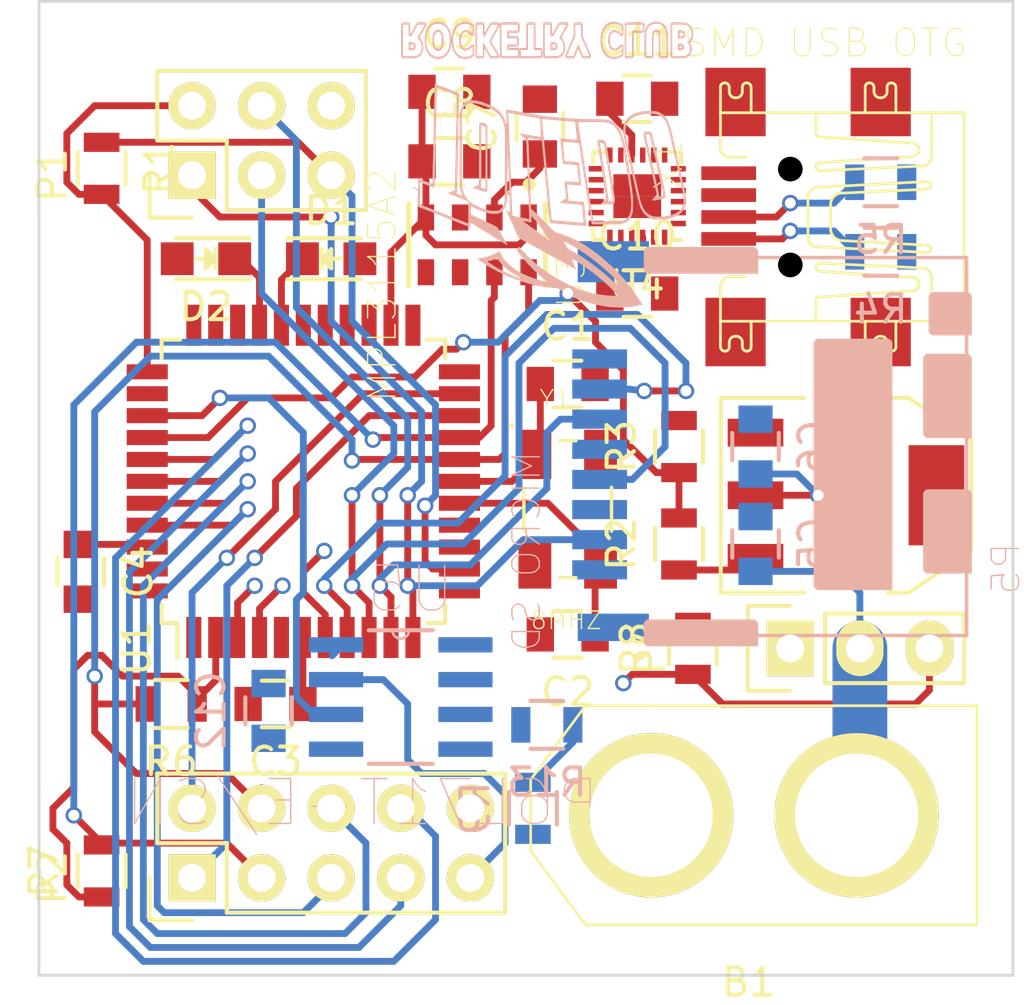
<source format=kicad_pcb>
(kicad_pcb (version 4) (host pcbnew 4.0.4+e1-6308~48~ubuntu16.04.1-stable)
  (layers (0 F.Cu signal) (31 B.Cu signal) (34 B.Paste user) (35 F.Paste user) (36 B.SilkS user) (37 F.SilkS user) (38 B.Mask user) (39 F.Mask user) (44 Edge.Cuts user))
  (net 0 "")
  (net 1 VCC)
  (net 2 GND)
  (net 3 "Net-(C1-Pad1)")
  (net 4 "Net-(C2-Pad1)")
  (net 5 "Net-(C3-Pad1)")
  (net 6 "Net-(C4-Pad1)")
  (net 7 VDD)
  (net 8 "Net-(C7-Pad1)")
  (net 9 "Net-(C11-Pad1)")
  (net 10 VCC_V_LED)
  (net 11 MCU_LED)
  (net 12 MISO)
  (net 13 SCK)
  (net 14 MOSI)
  (net 15 RST)
  (net 16 RX)
  (net 17 TX)
  (net 18 SDA)
  (net 19 SCL)
  (net 20 SERVO_PWM)
  (net 21 SERVO_S_V)
  (net 22 "Net-(P5-Pad8)")
  (net 23 "Net-(P5-Pad1)")
  (net 24 VCC_V)
  (net 25 "Net-(R4-Pad1)")
  (net 26 USB_D-)
  (net 27 "Net-(R5-Pad1)")
  (net 28 USB_D+)
  (net 29 "Net-(R13-Pad2)")
  (net 30 SERVO_S_V_A)
  (net 31 "Net-(U1-Pad1)")
  (net 32 "Net-(U1-Pad25)")
  (net 33 "Net-(U1-Pad26)")
  (net 34 "Net-(U1-Pad27)")
  (net 35 "Net-(U1-Pad31)")
  (net 36 "Net-(U1-Pad32)")
  (net 37 "Net-(U3-Pad5)")
  (net 38 "Net-(U3-Pad6)")
  (net 39 "Net-(U4-Pad1)")
  (net 40 "Net-(U4-Pad7)")
  (net 41 "Net-(U4-Pad11)")
  (net 42 "Net-(U4-Pad12)")
  (net 43 "Net-(U4-Pad19)")
  (net 44 "Net-(U4-Pad20)")
  (net 45 "Net-(U4-Pad21)")
  (net 46 "Net-(U4-Pad25)")
  (net 47 "Net-(U5-Pad1)")
  (net 48 "Net-(U5-Pad5)")
  (net 49 "Net-(U5-Pad8)")
  (net 50 "Net-(X1-PadM1)")
  (net 51 "Net-(X1-Pad4)")
  (net 52 SD_CS)
  (net 53 "Net-(U1-Pad22)")
  (net 54 E1)
  (net 55 E2)
  (net 56 E3)
  (net 57 E4)
  (net 58 "Net-(U1-Pad12)")
  (net 59 "Net-(X1-Pad1)")
  (module Housings_QFP:TQFP-44_10x10mm_Pitch0.8mm (layer F.Cu) (at 228.092 122.936 90)
    (fp_text reference U1 (at -6.096 -6.096 90) (layer F.SilkS))
    (fp_text value ATmega32U4)
    (pad 1 smd rect (at -5.7 -4 90) (size 1.5 0.55) (layers F.Cu F.Paste F.Mask) (net 31 "Net-(U1-Pad1)"))
    (pad 2 smd rect (at -5.7 -3.2 90) (size 1.5 0.55) (layers F.Cu F.Paste F.Mask) (net 7 VDD))
    (pad 3 smd rect (at -5.7 -2.4 90) (size 1.5 0.55) (layers F.Cu F.Paste F.Mask) (net 26 USB_D-))
    (pad 4 smd rect (at -5.7 -1.6 90) (size 1.5 0.55) (layers F.Cu F.Paste F.Mask) (net 28 USB_D+))
    (pad 5 smd rect (at -5.7 -0.8 90) (size 1.5 0.55) (layers F.Cu F.Paste F.Mask) (net 2 GND))
    (pad 6 smd rect (at -5.7 0 90) (size 1.5 0.55) (layers F.Cu F.Paste F.Mask) (net 5 "Net-(C3-Pad1)"))
    (pad 7 smd rect (at -5.7 0.8 90) (size 1.5 0.55) (layers F.Cu F.Paste F.Mask) (net 7 VDD))
    (pad 8 smd rect (at -5.7 1.6 90) (size 1.5 0.55) (layers F.Cu F.Paste F.Mask) (net 52 SD_CS))
    (pad 9 smd rect (at -5.7 2.4 90) (size 1.5 0.55) (layers F.Cu F.Paste F.Mask) (net 13 SCK))
    (pad 10 smd rect (at -5.7 3.2 90) (size 1.5 0.55) (layers F.Cu F.Paste F.Mask) (net 14 MOSI))
    (pad 11 smd rect (at -5.7 4 90) (size 1.5 0.55) (layers F.Cu F.Paste F.Mask) (net 12 MISO))
    (pad 12 smd rect (at -4 5.7 180) (size 1.5 0.55) (layers F.Cu F.Paste F.Mask) (net 58 "Net-(U1-Pad12)"))
    (pad 13 smd rect (at -3.2 5.7 180) (size 1.5 0.55) (layers F.Cu F.Paste F.Mask) (net 15 RST))
    (pad 14 smd rect (at -2.4 5.7 180) (size 1.5 0.55) (layers F.Cu F.Paste F.Mask) (net 7 VDD))
    (pad 15 smd rect (at -1.6 5.7 180) (size 1.5 0.55) (layers F.Cu F.Paste F.Mask) (net 2 GND))
    (pad 16 smd rect (at -0.8 5.7 180) (size 1.5 0.55) (layers F.Cu F.Paste F.Mask) (net 4 "Net-(C2-Pad1)"))
    (pad 17 smd rect (at 0 5.7 180) (size 1.5 0.55) (layers F.Cu F.Paste F.Mask) (net 3 "Net-(C1-Pad1)"))
    (pad 18 smd rect (at 0.8 5.7 180) (size 1.5 0.55) (layers F.Cu F.Paste F.Mask) (net 19 SCL))
    (pad 19 smd rect (at 1.6 5.7 180) (size 1.5 0.55) (layers F.Cu F.Paste F.Mask) (net 18 SDA))
    (pad 20 smd rect (at 2.4 5.7 180) (size 1.5 0.55) (layers F.Cu F.Paste F.Mask) (net 16 RX))
    (pad 21 smd rect (at 3.2 5.7 180) (size 1.5 0.55) (layers F.Cu F.Paste F.Mask) (net 17 TX))
    (pad 22 smd rect (at 4 5.7 180) (size 1.5 0.55) (layers F.Cu F.Paste F.Mask) (net 53 "Net-(U1-Pad22)"))
    (pad 23 smd rect (at 5.7 4 90) (size 1.5 0.55) (layers F.Cu F.Paste F.Mask) (net 2 GND))
    (pad 24 smd rect (at 5.7 3.2 90) (size 1.5 0.55) (layers F.Cu F.Paste F.Mask) (net 7 VDD))
    (pad 25 smd rect (at 5.7 2.4 90) (size 1.5 0.55) (layers F.Cu F.Paste F.Mask) (net 32 "Net-(U1-Pad25)"))
    (pad 26 smd rect (at 5.7 1.6 90) (size 1.5 0.55) (layers F.Cu F.Paste F.Mask) (net 33 "Net-(U1-Pad26)"))
    (pad 27 smd rect (at 5.7 0.8 90) (size 1.5 0.55) (layers F.Cu F.Paste F.Mask) (net 34 "Net-(U1-Pad27)"))
    (pad 28 smd rect (at 5.7 0 90) (size 1.5 0.55) (layers F.Cu F.Paste F.Mask) (net 20 SERVO_PWM))
    (pad 29 smd rect (at 5.7 -0.8 90) (size 1.5 0.55) (layers F.Cu F.Paste F.Mask) (net 10 VCC_V_LED))
    (pad 30 smd rect (at 5.7 -1.6 90) (size 1.5 0.55) (layers F.Cu F.Paste F.Mask) (net 11 MCU_LED))
    (pad 31 smd rect (at 5.7 -2.4 90) (size 1.5 0.55) (layers F.Cu F.Paste F.Mask) (net 35 "Net-(U1-Pad31)"))
    (pad 32 smd rect (at 5.7 -3.2 90) (size 1.5 0.55) (layers F.Cu F.Paste F.Mask) (net 36 "Net-(U1-Pad32)"))
    (pad 33 smd rect (at 5.7 -4 90) (size 1.5 0.55) (layers F.Cu F.Paste F.Mask) (net 2 GND))
    (pad 34 smd rect (at 4 -5.7 180) (size 1.5 0.55) (layers F.Cu F.Paste F.Mask) (net 7 VDD))
    (pad 35 smd rect (at 3.2 -5.7 180) (size 1.5 0.55) (layers F.Cu F.Paste F.Mask) (net 2 GND))
    (pad 36 smd rect (at 2.4 -5.7 180) (size 1.5 0.55) (layers F.Cu F.Paste F.Mask) (net 30 SERVO_S_V_A))
    (pad 37 smd rect (at 1.6 -5.7 180) (size 1.5 0.55) (layers F.Cu F.Paste F.Mask) (net 24 VCC_V))
    (pad 38 smd rect (at 0.8 -5.7 180) (size 1.5 0.55) (layers F.Cu F.Paste F.Mask) (net 57 E4))
    (pad 39 smd rect (at 0 -5.7 180) (size 1.5 0.55) (layers F.Cu F.Paste F.Mask) (net 56 E3))
    (pad 40 smd rect (at -0.8 -5.7 180) (size 1.5 0.55) (layers F.Cu F.Paste F.Mask) (net 55 E2))
    (pad 41 smd rect (at -1.6 -5.7 180) (size 1.5 0.55) (layers F.Cu F.Paste F.Mask) (net 54 E1))
    (pad 42 smd rect (at -2.4 -5.7 180) (size 1.5 0.55) (layers F.Cu F.Paste F.Mask) (net 6 "Net-(C4-Pad1)"))
    (pad 43 smd rect (at -3.2 -5.7 180) (size 1.5 0.55) (layers F.Cu F.Paste F.Mask) (net 2 GND))
    (pad 44 smd rect (at -4 -5.7 180) (size 1.5 0.55) (layers F.Cu F.Paste F.Mask) (net 7 VDD))
  )
  (module XT60:XT60 (layer F.Cu) (at 240.792 135.128)
    (fp_text reference B1 (at 3.556 6.096) (layer F.SilkS))
    (fp_text value XT60)
    (pad 1 thru_hole circle (at 7.5 0) (size 6 6) (drill 4.5) (layers *.Cu *.Mask F.SilkS) (net 1 VCC))
    (pad 2 thru_hole circle (at 0 0) (size 6 6) (drill 4.5) (layers *.Cu *.Mask F.SilkS) (net 2 GND))
  )
  (module Capacitors_SMD:C_0805 (layer F.Cu) (at 237.744 119.38)
    (fp_text reference C1 (at 0 -2.1) (layer F.SilkS))
    (fp_text value 33pF)
    (pad 1 smd rect (at -1 0) (size 1 1.25) (layers F.Cu F.Paste F.Mask) (net 3 "Net-(C1-Pad1)"))
    (pad 2 smd rect (at 1 0) (size 1 1.25) (layers F.Cu F.Paste F.Mask) (net 2 GND))
  )
  (module Capacitors_SMD:C_0805 (layer F.Cu) (at 237.744 128.524 180)
    (fp_text reference C2 (at 0 -2.1 180) (layer F.SilkS))
    (fp_text value 33pF)
    (pad 1 smd rect (at -1 0 180) (size 1 1.25) (layers F.Cu F.Paste F.Mask) (net 4 "Net-(C2-Pad1)"))
    (pad 2 smd rect (at 1 0 180) (size 1 1.25) (layers F.Cu F.Paste F.Mask) (net 2 GND))
  )
  (module Capacitors_SMD:C_0805 (layer F.Cu) (at 227.076 131.064 180)
    (fp_text reference C3 (at 0 -2.1 180) (layer F.SilkS))
    (fp_text value 1uF)
    (pad 1 smd rect (at -1 0 180) (size 1 1.25) (layers F.Cu F.Paste F.Mask) (net 5 "Net-(C3-Pad1)"))
    (pad 2 smd rect (at 1 0 180) (size 1 1.25) (layers F.Cu F.Paste F.Mask) (net 2 GND))
  )
  (module Capacitors_SMD:C_0805 (layer F.Cu) (at 219.964 126.238 270)
    (fp_text reference C4 (at 0 -2.1 270) (layer F.SilkS))
    (fp_text value .1uF)
    (pad 1 smd rect (at -1 0 270) (size 1 1.25) (layers F.Cu F.Paste F.Mask) (net 6 "Net-(C4-Pad1)"))
    (pad 2 smd rect (at 1 0 270) (size 1 1.25) (layers F.Cu F.Paste F.Mask) (net 2 GND))
  )
  (module Capacitors_SMD:C_0805 (layer B.Cu) (at 244.602 125.222 90)
    (fp_text reference C5 (at 0 2.1 90) (layer B.SilkS) (effects (justify mirror)))
    (fp_text value 10uF)
    (pad 1 smd rect (at -1 0 90) (size 1 1.25) (layers B.Cu B.Paste B.Mask) (net 1 VCC))
    (pad 2 smd rect (at 1 0 90) (size 1 1.25) (layers B.Cu B.Paste B.Mask) (net 2 GND))
  )
  (module Capacitors_SMD:C_0805 (layer B.Cu) (at 244.602 121.666 90)
    (fp_text reference C6 (at 0 2.1 90) (layer B.SilkS) (effects (justify mirror)))
    (fp_text value 22uF)
    (pad 1 smd rect (at -1 0 90) (size 1 1.25) (layers B.Cu B.Paste B.Mask) (net 7 VDD))
    (pad 2 smd rect (at 1 0 90) (size 1 1.25) (layers B.Cu B.Paste B.Mask) (net 2 GND))
  )
  (module Capacitors_SMD:C_0805 (layer F.Cu) (at 236.728 109.982 90)
    (fp_text reference C7 (at 0 -2.1 90) (layer F.SilkS))
    (fp_text value .1uF)
    (pad 1 smd rect (at -1 0 90) (size 1 1.25) (layers F.Cu F.Paste F.Mask) (net 8 "Net-(C7-Pad1)"))
    (pad 2 smd rect (at 1 0 90) (size 1 1.25) (layers F.Cu F.Paste F.Mask) (net 2 GND))
  )
  (module Capacitors_SMD:C_0805 (layer F.Cu) (at 233.426 111.252)
    (fp_text reference C8 (at 0 -2.1) (layer F.SilkS))
    (fp_text value .1uF)
    (pad 1 smd rect (at -1 0) (size 1 1.25) (layers F.Cu F.Paste F.Mask) (net 7 VDD))
    (pad 2 smd rect (at 1 0) (size 1 1.25) (layers F.Cu F.Paste F.Mask) (net 2 GND))
  )
  (module Capacitors_SMD:C_0805 (layer F.Cu) (at 233.426 108.712)
    (fp_text reference C9 (at 0 -2.1) (layer F.SilkS))
    (fp_text value 10uF)
    (pad 1 smd rect (at -1 0) (size 1 1.25) (layers F.Cu F.Paste F.Mask) (net 7 VDD))
    (pad 2 smd rect (at 1 0) (size 1 1.25) (layers F.Cu F.Paste F.Mask) (net 2 GND))
  )
  (module Capacitors_SMD:C_0805 (layer F.Cu) (at 240.284 116.078)
    (fp_text reference C10 (at 0 -2.1) (layer F.SilkS))
    (fp_text value .1uF)
    (pad 1 smd rect (at -1 0) (size 1 1.25) (layers F.Cu F.Paste F.Mask) (net 7 VDD))
    (pad 2 smd rect (at 1 0) (size 1 1.25) (layers F.Cu F.Paste F.Mask) (net 2 GND))
  )
  (module Capacitors_SMD:C_0805 (layer F.Cu) (at 240.284 108.966)
    (fp_text reference C11 (at 0 -2.1) (layer F.SilkS))
    (fp_text value .1uF)
    (pad 1 smd rect (at -1 0) (size 1 1.25) (layers F.Cu F.Paste F.Mask) (net 9 "Net-(C11-Pad1)"))
    (pad 2 smd rect (at 1 0) (size 1 1.25) (layers F.Cu F.Paste F.Mask) (net 2 GND))
  )
  (module Capacitors_SMD:C_0805 (layer B.Cu) (at 226.822 131.318 270)
    (fp_text reference C12 (at 0 2.1 270) (layer B.SilkS) (effects (justify mirror)))
    (fp_text value .1uF)
    (pad 1 smd rect (at -1 0 270) (size 1 1.25) (layers B.Cu B.Paste B.Mask) (net 7 VDD))
    (pad 2 smd rect (at 1 0 270) (size 1 1.25) (layers B.Cu B.Paste B.Mask) (net 2 GND))
  )
  (module LEDs:LED_0805 (layer F.Cu) (at 229.108 114.808)
    (fp_text reference D1 (at 0 -1.75) (layer F.SilkS))
    (fp_text value LED_BLUE)
    (pad 2 smd rect (at 1.04902 0 180) (size 1.19888 1.19888) (layers F.Cu F.Paste F.Mask) (net 2 GND))
    (pad 1 smd rect (at -1.04902 0 180) (size 1.19888 1.19888) (layers F.Cu F.Paste F.Mask) (net 10 VCC_V_LED))
  )
  (module LEDs:LED_0805 (layer F.Cu) (at 224.536 114.808 180)
    (fp_text reference D2 (at 0 -1.75 180) (layer F.SilkS))
    (fp_text value LED_BLUE)
    (pad 2 smd rect (at 1.04902 0) (size 1.19888 1.19888) (layers F.Cu F.Paste F.Mask) (net 2 GND))
    (pad 1 smd rect (at -1.04902 0) (size 1.19888 1.19888) (layers F.Cu F.Paste F.Mask) (net 11 MCU_LED))
  )
  (module Pin_Headers:Pin_Header_Straight_2x03 (layer F.Cu) (at 224.028 111.76 90)
    (fp_text reference P1 (at 0 -5.1 90) (layer F.SilkS))
    (fp_text value ICSP)
    (pad 1 thru_hole rect (at 0 0 90) (size 1.7272 1.7272) (drill 1.016) (layers *.Cu *.Mask F.SilkS) (net 12 MISO))
    (pad 2 thru_hole oval (at 2.54 0 90) (size 1.7272 1.7272) (drill 1.016) (layers *.Cu *.Mask F.SilkS) (net 7 VDD))
    (pad 3 thru_hole oval (at 0 2.54 90) (size 1.7272 1.7272) (drill 1.016) (layers *.Cu *.Mask F.SilkS) (net 13 SCK))
    (pad 4 thru_hole oval (at 2.54 2.54 90) (size 1.7272 1.7272) (drill 1.016) (layers *.Cu *.Mask F.SilkS) (net 14 MOSI))
    (pad 5 thru_hole oval (at 0 5.08 90) (size 1.7272 1.7272) (drill 1.016) (layers *.Cu *.Mask F.SilkS) (net 15 RST))
    (pad 6 thru_hole oval (at 2.54 5.08 90) (size 1.7272 1.7272) (drill 1.016) (layers *.Cu *.Mask F.SilkS) (net 2 GND))
  )
  (module Pin_Headers:Pin_Header_Straight_2x05 (layer F.Cu) (at 224.028 137.414 90)
    (fp_text reference P2 (at 0 -5.1 90) (layer F.SilkS))
    (fp_text value EXTRA)
    (pad 1 thru_hole rect (at 0 0 90) (size 1.7272 1.7272) (drill 1.016) (layers *.Cu *.Mask F.SilkS) (net 16 RX))
    (pad 2 thru_hole oval (at 2.54 0 90) (size 1.7272 1.7272) (drill 1.016) (layers *.Cu *.Mask F.SilkS) (net 17 TX))
    (pad 3 thru_hole oval (at 0 2.54 90) (size 1.7272 1.7272) (drill 1.016) (layers *.Cu *.Mask F.SilkS) (net 18 SDA))
    (pad 4 thru_hole oval (at 2.54 2.54 90) (size 1.7272 1.7272) (drill 1.016) (layers *.Cu *.Mask F.SilkS) (net 19 SCL))
    (pad 5 thru_hole oval (at 0 5.08 90) (size 1.7272 1.7272) (drill 1.016) (layers *.Cu *.Mask F.SilkS) (net 54 E1))
    (pad 6 thru_hole oval (at 2.54 5.08 90) (size 1.7272 1.7272) (drill 1.016) (layers *.Cu *.Mask F.SilkS) (net 55 E2))
    (pad 7 thru_hole oval (at 0 7.62 90) (size 1.7272 1.7272) (drill 1.016) (layers *.Cu *.Mask F.SilkS) (net 56 E3))
    (pad 8 thru_hole oval (at 2.54 7.62 90) (size 1.7272 1.7272) (drill 1.016) (layers *.Cu *.Mask F.SilkS) (net 57 E4))
    (pad 9 thru_hole oval (at 0 10.16 90) (size 1.7272 1.7272) (drill 1.016) (layers *.Cu *.Mask F.SilkS) (net 7 VDD))
    (pad 10 thru_hole oval (at 2.54 10.16 90) (size 1.7272 1.7272) (drill 1.016) (layers *.Cu *.Mask F.SilkS) (net 2 GND))
  )
  (module Pin_Headers:Pin_Header_Straight_1x03 (layer F.Cu) (at 245.872 129.032 90)
    (fp_text reference P4 (at 0 -5.1 90) (layer F.SilkS))
    (fp_text value SERVO)
    (pad 1 thru_hole rect (at 0 0 90) (size 2.032 1.7272) (drill 1.016) (layers *.Cu *.Mask F.SilkS) (net 20 SERVO_PWM))
    (pad 2 thru_hole oval (at 0 2.54 90) (size 2.032 1.7272) (drill 1.016) (layers *.Cu *.Mask F.SilkS) (net 1 VCC))
    (pad 3 thru_hole oval (at 0 5.08 90) (size 2.032 1.7272) (drill 1.016) (layers *.Cu *.Mask F.SilkS) (net 21 SERVO_S_V))
  )
  (module DM3CS-SF:HRS_DM3CS-SF (layer B.Cu) (at 245.11 121.666 90)
    (fp_text reference P5 (at -4.46 8.635 90) (layer B.SilkS) (effects (font (thickness 0.05)) (justify mirror)))
    (fp_text value "MICRO SD" (at -3.825 -8.865 90) (layer B.SilkS) (effects (font (thickness 0.05)) (justify mirror)))
    (pad 8 smd rect (at -4.5 -6.2 90) (size 0.7 2) (layers B.Cu B.Paste B.Mask) (net 22 "Net-(P5-Pad8)"))
    (pad 7 smd rect (at -3.4 -6.2 90) (size 0.7 2) (layers B.Cu B.Paste B.Mask) (net 12 MISO))
    (pad 6 smd rect (at -2.3 -6.2 90) (size 0.7 2) (layers B.Cu B.Paste B.Mask) (net 2 GND))
    (pad 5 smd rect (at -1.2 -6.2 90) (size 0.7 2) (layers B.Cu B.Paste B.Mask) (net 13 SCK))
    (pad 4 smd rect (at -0.1 -6.2 90) (size 0.7 2) (layers B.Cu B.Paste B.Mask) (net 7 VDD))
    (pad 3 smd rect (at 1 -6.2 90) (size 0.7 2) (layers B.Cu B.Paste B.Mask) (net 14 MOSI))
    (pad 2 smd rect (at 2.1 -6.2 90) (size 0.7 2) (layers B.Cu B.Paste B.Mask) (net 52 SD_CS))
    (pad 1 smd rect (at 3.2 -6.2 90) (size 0.7 2) (layers B.Cu B.Paste B.Mask) (net 23 "Net-(P5-Pad1)"))
    (pad PAD. smd rect (at -6.6 -5.7 90) (size 1 2.6) (layers B.Cu B.Paste B.Mask))
    (pad PAD smd rect (at 6.75 -5.7 90) (size 1.5 2.6) (layers B.Cu B.Paste B.Mask))
  )
  (module Resistors_SMD:R_0805 (layer F.Cu) (at 220.726 111.506 270)
    (fp_text reference R1 (at 0 -2.1 270) (layer F.SilkS))
    (fp_text value 10K)
    (pad 1 smd rect (at -0.95 0 270) (size 0.7 1.3) (layers F.Cu F.Paste F.Mask) (net 15 RST))
    (pad 2 smd rect (at 0.95 0 270) (size 0.7 1.3) (layers F.Cu F.Paste F.Mask) (net 7 VDD))
  )
  (module Resistors_SMD:R_0805 (layer F.Cu) (at 241.808 125.222 90)
    (fp_text reference R2 (at 0 -2.1 90) (layer F.SilkS))
    (fp_text value 3K)
    (pad 1 smd rect (at -0.95 0 90) (size 0.7 1.3) (layers F.Cu F.Paste F.Mask) (net 1 VCC))
    (pad 2 smd rect (at 0.95 0 90) (size 0.7 1.3) (layers F.Cu F.Paste F.Mask) (net 24 VCC_V))
  )
  (module Resistors_SMD:R_0805 (layer F.Cu) (at 241.808 121.666 90)
    (fp_text reference R3 (at 0 -2.1 90) (layer F.SilkS))
    (fp_text value 1K)
    (pad 1 smd rect (at -0.95 0 90) (size 0.7 1.3) (layers F.Cu F.Paste F.Mask) (net 24 VCC_V))
    (pad 2 smd rect (at 0.95 0 90) (size 0.7 1.3) (layers F.Cu F.Paste F.Mask) (net 2 GND))
  )
  (module Resistors_SMD:R_0805 (layer B.Cu) (at 249.174 114.554)
    (fp_text reference R4 (at 0 2.1) (layer B.SilkS) (effects (justify mirror)))
    (fp_text value 22)
    (pad 1 smd rect (at -0.95 0) (size 0.7 1.3) (layers B.Cu B.Paste B.Mask) (net 25 "Net-(R4-Pad1)"))
    (pad 2 smd rect (at 0.95 0) (size 0.7 1.3) (layers B.Cu B.Paste B.Mask) (net 26 USB_D-))
  )
  (module Resistors_SMD:R_0805 (layer B.Cu) (at 249.174 112.014)
    (fp_text reference R5 (at 0 2.1) (layer B.SilkS) (effects (justify mirror)))
    (fp_text value 22)
    (pad 1 smd rect (at -0.95 0) (size 0.7 1.3) (layers B.Cu B.Paste B.Mask) (net 27 "Net-(R5-Pad1)"))
    (pad 2 smd rect (at 0.95 0) (size 0.7 1.3) (layers B.Cu B.Paste B.Mask) (net 28 USB_D+))
  )
  (module Resistors_SMD:R_0805 (layer F.Cu) (at 223.266 131.064 180)
    (fp_text reference R6 (at 0 -2.1 180) (layer F.SilkS))
    (fp_text value 10K)
    (pad 1 smd rect (at -0.95 0 180) (size 0.7 1.3) (layers F.Cu F.Paste F.Mask) (net 7 VDD))
    (pad 2 smd rect (at 0.95 0 180) (size 0.7 1.3) (layers F.Cu F.Paste F.Mask) (net 19 SCL))
  )
  (module Resistors_SMD:R_0805 (layer F.Cu) (at 220.726 137.16 90)
    (fp_text reference R7 (at 0 -2.1 90) (layer F.SilkS))
    (fp_text value 10K)
    (pad 1 smd rect (at -0.95 0 90) (size 0.7 1.3) (layers F.Cu F.Paste F.Mask) (net 7 VDD))
    (pad 2 smd rect (at 0.95 0 90) (size 0.7 1.3) (layers F.Cu F.Paste F.Mask) (net 18 SDA))
  )
  (module Resistors_SMD:R_0805 (layer F.Cu) (at 242.316 129.032 90)
    (fp_text reference R8 (at 0 -2.1 90) (layer F.SilkS))
    (fp_text value .01)
    (pad 1 smd rect (at -0.95 0 90) (size 0.7 1.3) (layers F.Cu F.Paste F.Mask) (net 21 SERVO_S_V))
    (pad 2 smd rect (at 0.95 0 90) (size 0.7 1.3) (layers F.Cu F.Paste F.Mask) (net 2 GND))
  )
  (module Resistors_SMD:R_0805 (layer B.Cu) (at 236.474 134.874 270)
    (fp_text reference R9 (at 0 2.1 270) (layer B.SilkS) (effects (justify mirror)))
    (fp_text value 200)
    (pad 1 smd rect (at -0.95 0 270) (size 0.7 1.3) (layers B.Cu B.Paste B.Mask) (net 29 "Net-(R13-Pad2)"))
    (pad 2 smd rect (at 0.95 0 270) (size 0.7 1.3) (layers B.Cu B.Paste B.Mask) (net 2 GND))
  )
  (module Resistors_SMD:R_0805 (layer B.Cu) (at 236.982 131.826)
    (fp_text reference R13 (at 0 2.1) (layer B.SilkS) (effects (justify mirror)))
    (fp_text value 13K)
    (pad 1 smd rect (at -0.95 0) (size 0.7 1.3) (layers B.Cu B.Paste B.Mask) (net 30 SERVO_S_V_A))
    (pad 2 smd rect (at 0.95 0) (size 0.7 1.3) (layers B.Cu B.Paste B.Mask) (net 29 "Net-(R13-Pad2)"))
  )
  (module TO_SOT_Packages_SMD:SOT-223 (layer F.Cu) (at 247.904 123.444 270)
    (fp_text reference U2 (at 0 -0.762 270) (layer F.SilkS))
    (fp_text value AZ1117)
    (pad 4 smd rect (at 0 -3.302 270) (size 3.6576 2.032) (layers F.Cu F.Paste F.Mask))
    (pad 2 smd rect (at 0 3.302 270) (size 1.016 2.032) (layers F.Cu F.Paste F.Mask) (net 7 VDD))
    (pad 3 smd rect (at 2.286 3.302 270) (size 1.016 2.032) (layers F.Cu F.Paste F.Mask) (net 1 VCC))
    (pad 1 smd rect (at -2.286 3.302 270) (size 1.016 2.032) (layers F.Cu F.Paste F.Mask) (net 2 GND))
  )
  (module MPL3115A2:PSON125P300X500X120-8N (layer F.Cu) (at 234.442 114.3 270)
    (fp_text reference U3 (at 1.34 -3.435 270) (layer F.SilkS) (effects (font (thickness 0.05))))
    (fp_text value MPL3115A2 (at 1.475 3.465 270) (layer F.SilkS) (effects (font (thickness 0.05))))
    (pad 1 smd rect (at -1 -1.875 270) (size 0.95 0.6) (layers F.Cu F.Paste F.Mask) (net 7 VDD))
    (pad 2 smd rect (at -1 -0.625 270) (size 0.95 0.6) (layers F.Cu F.Paste F.Mask) (net 8 "Net-(C7-Pad1)"))
    (pad 3 smd rect (at -1 0.625 270) (size 0.95 0.6) (layers F.Cu F.Paste F.Mask) (net 2 GND))
    (pad 4 smd rect (at -1 1.875 270) (size 0.95 0.6) (layers F.Cu F.Paste F.Mask) (net 7 VDD))
    (pad 5 smd rect (at 1 1.875 270) (size 0.95 0.6) (layers F.Cu F.Paste F.Mask) (net 37 "Net-(U3-Pad5)"))
    (pad 6 smd rect (at 1 0.625 270) (size 0.95 0.6) (layers F.Cu F.Paste F.Mask) (net 38 "Net-(U3-Pad6)"))
    (pad 7 smd rect (at 1 -0.625 270) (size 0.95 0.6) (layers F.Cu F.Paste F.Mask) (net 18 SDA))
    (pad 8 smd rect (at 1 -1.875 270) (size 0.95 0.6) (layers F.Cu F.Paste F.Mask) (net 19 SCL))
  )
  (module Housings_DFN_QFN:QFN-24-1EP_3x3mm_Pitch0.4mm (layer F.Cu) (at 240.284 112.522 180)
    (fp_text reference U4 (at 0 -3.25 180) (layer F.SilkS))
    (fp_text value MPU-9250)
    (pad 1 smd rect (at -1.5 -1 180) (size 0.55 0.2) (layers F.Cu F.Paste F.Mask) (net 39 "Net-(U4-Pad1)"))
    (pad 2 smd rect (at -1.5 -0.6 180) (size 0.55 0.2) (layers F.Cu F.Paste F.Mask))
    (pad 3 smd rect (at -1.5 -0.2 180) (size 0.55 0.2) (layers F.Cu F.Paste F.Mask))
    (pad 4 smd rect (at -1.5 0.2 180) (size 0.55 0.2) (layers F.Cu F.Paste F.Mask))
    (pad 5 smd rect (at -1.5 0.6 180) (size 0.55 0.2) (layers F.Cu F.Paste F.Mask))
    (pad 6 smd rect (at -1.5 1 180) (size 0.55 0.2) (layers F.Cu F.Paste F.Mask))
    (pad 7 smd rect (at -1 1.5 270) (size 0.55 0.2) (layers F.Cu F.Paste F.Mask) (net 40 "Net-(U4-Pad7)"))
    (pad 8 smd rect (at -0.6 1.5 270) (size 0.55 0.2) (layers F.Cu F.Paste F.Mask) (net 7 VDD))
    (pad 9 smd rect (at -0.2 1.5 270) (size 0.55 0.2) (layers F.Cu F.Paste F.Mask) (net 2 GND))
    (pad 10 smd rect (at 0.2 1.5 270) (size 0.55 0.2) (layers F.Cu F.Paste F.Mask) (net 9 "Net-(C11-Pad1)"))
    (pad 11 smd rect (at 0.6 1.5 270) (size 0.55 0.2) (layers F.Cu F.Paste F.Mask) (net 41 "Net-(U4-Pad11)"))
    (pad 12 smd rect (at 1 1.5 270) (size 0.55 0.2) (layers F.Cu F.Paste F.Mask) (net 42 "Net-(U4-Pad12)"))
    (pad 13 smd rect (at 1.5 1 180) (size 0.55 0.2) (layers F.Cu F.Paste F.Mask) (net 7 VDD))
    (pad 14 smd rect (at 1.5 0.6 180) (size 0.55 0.2) (layers F.Cu F.Paste F.Mask))
    (pad 15 smd rect (at 1.5 0.2 180) (size 0.55 0.2) (layers F.Cu F.Paste F.Mask))
    (pad 16 smd rect (at 1.5 -0.2 180) (size 0.55 0.2) (layers F.Cu F.Paste F.Mask))
    (pad 17 smd rect (at 1.5 -0.6 180) (size 0.55 0.2) (layers F.Cu F.Paste F.Mask))
    (pad 18 smd rect (at 1.5 -1 180) (size 0.55 0.2) (layers F.Cu F.Paste F.Mask) (net 2 GND))
    (pad 19 smd rect (at 1 -1.5 270) (size 0.55 0.2) (layers F.Cu F.Paste F.Mask) (net 43 "Net-(U4-Pad19)"))
    (pad 20 smd rect (at 0.6 -1.5 270) (size 0.55 0.2) (layers F.Cu F.Paste F.Mask) (net 44 "Net-(U4-Pad20)"))
    (pad 21 smd rect (at 0.2 -1.5 270) (size 0.55 0.2) (layers F.Cu F.Paste F.Mask) (net 45 "Net-(U4-Pad21)"))
    (pad 22 smd rect (at -0.2 -1.5 270) (size 0.55 0.2) (layers F.Cu F.Paste F.Mask) (net 7 VDD))
    (pad 23 smd rect (at -0.6 -1.5 270) (size 0.55 0.2) (layers F.Cu F.Paste F.Mask) (net 19 SCL))
    (pad 24 smd rect (at -1 -1.5 270) (size 0.55 0.2) (layers F.Cu F.Paste F.Mask) (net 18 SDA))
    (pad 25 smd rect (at 0.435 0.4 180) (size 0.875 0.8) (layers F.Cu F.Paste F.Mask) (net 46 "Net-(U4-Pad25)"))
    (pad 25 smd rect (at 0.435 -0.4 180) (size 0.875 0.8) (layers F.Cu F.Paste F.Mask) (net 46 "Net-(U4-Pad25)"))
    (pad 25 smd rect (at -0.435 0.4 180) (size 0.875 0.8) (layers F.Cu F.Paste F.Mask) (net 46 "Net-(U4-Pad25)"))
    (pad 25 smd rect (at -0.435 -0.4 180) (size 0.875 0.8) (layers F.Cu F.Paste F.Mask) (net 46 "Net-(U4-Pad25)"))
  )
  (module MCP6L71T-E_SN:SOIC127P600X175-8N (layer B.Cu) (at 231.648 130.81 180)
    (fp_text reference U5 (at -0.3556 3.937 180) (layer B.SilkS) (effects (font (size 1.64 1.64) (thickness 0.05)) (justify mirror)))
    (fp_text value MCP6L71T-E/SN (at -0.3556 -3.8608 180) (layer B.SilkS) (effects (font (size 1.64 1.64) (thickness 0.05)) (justify mirror)))
    (pad 1 smd rect (at -2.3622 1.905 180) (size 1.9812 0.5588) (layers B.Cu B.Paste B.Mask) (net 47 "Net-(U5-Pad1)"))
    (pad 2 smd rect (at -2.3622 0.635 180) (size 1.9812 0.5588) (layers B.Cu B.Paste B.Mask) (net 29 "Net-(R13-Pad2)"))
    (pad 3 smd rect (at -2.3622 -0.635 180) (size 1.9812 0.5588) (layers B.Cu B.Paste B.Mask) (net 21 SERVO_S_V))
    (pad 4 smd rect (at -2.3622 -1.905 180) (size 1.9812 0.5588) (layers B.Cu B.Paste B.Mask) (net 2 GND))
    (pad 5 smd rect (at 2.3622 -1.905 180) (size 1.9812 0.5588) (layers B.Cu B.Paste B.Mask) (net 48 "Net-(U5-Pad5)"))
    (pad 6 smd rect (at 2.3622 -0.635 180) (size 1.9812 0.5588) (layers B.Cu B.Paste B.Mask) (net 30 SERVO_S_V_A))
    (pad 7 smd rect (at 2.3622 0.635 180) (size 1.9812 0.5588) (layers B.Cu B.Paste B.Mask) (net 7 VDD))
    (pad 8 smd rect (at 2.3622 1.905 180) (size 1.9812 0.5588) (layers B.Cu B.Paste B.Mask) (net 49 "Net-(U5-Pad8)"))
  )
  (module UX60-MB-5ST:UX60-MB-5ST (layer F.Cu) (at 243.332 113.284 90)
    (fp_text reference X1 (at 1.905 -1.905 90) (layer F.SilkS) (effects (font (thickness 0.05))))
    (fp_text value "SMD USB OTG" (at 6.35 3.81 180) (layer F.SilkS) (effects (font (thickness 0.05))))
    (pad M3 smd rect (at -4.2 0.54 180) (size 2.2 2.5) (layers F.Cu F.Paste F.Mask) (net 50 "Net-(X1-PadM1)"))
    (pad M4 smd rect (at 4.2 0.54 180) (size 2.2 2.5) (layers F.Cu F.Paste F.Mask) (net 50 "Net-(X1-PadM1)"))
    (pad M2 smd rect (at -4.2 5.84 180) (size 2.2 2.5) (layers F.Cu F.Paste F.Mask) (net 50 "Net-(X1-PadM1)"))
    (pad M1 smd rect (at 4.2 5.84 180) (size 2.2 2.5) (layers F.Cu F.Paste F.Mask) (net 50 "Net-(X1-PadM1)"))
    (pad 1 smd rect (at -1.6 0.29 180) (size 2 0.5) (layers F.Cu F.Paste F.Mask) (net 59 "Net-(X1-Pad1)"))
    (pad 2 smd rect (at -0.8 0.29 180) (size 2 0.5) (layers F.Cu F.Paste F.Mask) (net 25 "Net-(R4-Pad1)"))
    (pad 3 smd rect (at 0 0.29 180) (size 2 0.5) (layers F.Cu F.Paste F.Mask) (net 27 "Net-(R5-Pad1)"))
    (pad 4 smd rect (at 0.8 0.29 180) (size 2 0.5) (layers F.Cu F.Paste F.Mask) (net 51 "Net-(X1-Pad4)"))
    (pad 5 smd rect (at 1.6 0.29 180) (size 2 0.5) (layers F.Cu F.Paste F.Mask) (net 2 GND))
    (pad Hole np_thru_hole circle (at -1.75 2.54 90) (size 0.9 0.9) (drill 0.9) (layers))
    (pad Hole np_thru_hole circle (at 1.75 2.54 90) (size 0.9 0.9) (drill 0.9) (layers))
  )
  (module ABM3B-8.000MHZ-B2-T:OSCSC500X320X110-4N (layer F.Cu) (at 237.744 123.952)
    (fp_text reference Y1 (at -0.4544 -4.0264) (layer F.SilkS) (effects (font (size 0.64 0.64) (thickness 0.05))))
    (fp_text value 8MHZ (at -0.048 4.0636) (layer F.SilkS) (effects (font (size 0.64 0.64) (thickness 0.05))))
    (pad 4 smd rect (at 1.2 -2 270) (size 1.8 1.2) (layers F.Cu F.Paste F.Mask) (net 2 GND))
    (pad 3 smd rect (at 1.2 2 270) (size 1.8 1.2) (layers F.Cu F.Paste F.Mask) (net 4 "Net-(C2-Pad1)"))
    (pad 2 smd rect (at -1.2 2 270) (size 1.8 1.2) (layers F.Cu F.Paste F.Mask) (net 2 GND))
    (pad 1 smd rect (at -1.2 -2 270) (size 1.8 1.2) (layers F.Cu F.Paste F.Mask) (net 3 "Net-(C1-Pad1)"))
  )
  (module "SNAPEDA:UT LOGO" (layer B.Cu) (at 236.982 110.49)
    (fp_text reference G*** hide)
    (fp_text value LOGO hide)
  )
  (gr_line (start 254 105.41) (end 254 140.97) (angle 90) (layer Edge.Cuts) (width 0.1))
  (gr_line (start 218.44 105.41) (end 254 105.41) (angle 90) (layer Edge.Cuts) (width 0.1))
  (gr_line (start 218.44 140.97) (end 218.44 105.41) (angle 90) (layer Edge.Cuts) (width 0.1))
  (gr_line (start 219.71 140.97) (end 218.44 140.97) (angle 90) (layer Edge.Cuts) (width 0.1))
  (gr_line (start 254 140.97) (end 219.71 140.97) (angle 90) (layer Edge.Cuts) (width 0.1))
  (segment (start 244.602 126.222) (end 246.872 126.222) (width 0.25) (layer B.Cu) (net 1))
  (segment (start 248.412 127) (end 248.412 129.032) (width 0.25) (layer B.Cu) (net 1))
  (segment (start 247.65 126.238) (end 248.412 127) (width 0.25) (layer B.Cu) (net 1))
  (segment (start 246.888 126.238) (end 247.65 126.238) (width 0.25) (layer B.Cu) (net 1))
  (segment (start 246.872 126.222) (end 246.888 126.238) (width 0.25) (layer B.Cu) (net 1))
  (segment (start 241.808 126.172) (end 244.16 126.172) (width 0.25) (layer F.Cu) (net 1))
  (segment (start 244.16 126.172) (end 244.602 125.73) (width 0.25) (layer F.Cu) (net 1))
  (segment (start 248.412 129.032) (end 248.412 135.008) (width 2) (layer B.Cu) (net 1))
  (segment (start 248.412 135.008) (end 248.292 135.128) (width 2) (layer B.Cu) (net 1))
  (segment (start 236.744 119.38) (end 236.744 121.752) (width 0.25) (layer F.Cu) (net 3))
  (segment (start 236.744 121.752) (end 236.544 121.952) (width 0.25) (layer F.Cu) (net 3))
  (segment (start 236.544 121.952) (end 236.544 122.104) (width 0.25) (layer F.Cu) (net 3))
  (segment (start 236.544 122.104) (end 235.712 122.936) (width 0.25) (layer F.Cu) (net 3))
  (segment (start 235.712 122.936) (end 233.792 122.936) (width 0.25) (layer F.Cu) (net 3))
  (segment (start 238.744 128.524) (end 238.744 126.152) (width 0.25) (layer F.Cu) (net 4))
  (segment (start 238.744 126.152) (end 238.944 125.952) (width 0.25) (layer F.Cu) (net 4))
  (segment (start 238.944 125.952) (end 238.944 125.66) (width 0.25) (layer F.Cu) (net 4))
  (segment (start 238.944 125.66) (end 237.02 123.736) (width 0.25) (layer F.Cu) (net 4))
  (segment (start 237.02 123.736) (end 233.792 123.736) (width 0.25) (layer F.Cu) (net 4))
  (segment (start 228.076 131.064) (end 228.076 128.652) (width 0.25) (layer F.Cu) (net 5))
  (segment (start 228.076 128.652) (end 228.092 128.636) (width 0.25) (layer F.Cu) (net 5))
  (segment (start 219.964 125.238) (end 222.294 125.238) (width 0.25) (layer F.Cu) (net 6))
  (segment (start 222.294 125.238) (end 222.392 125.336) (width 0.25) (layer F.Cu) (net 6))
  (segment (start 224.216 131.064) (end 224.216 130.744) (width 0.25) (layer F.Cu) (net 7))
  (segment (start 224.216 130.744) (end 223.52 130.048) (width 0.25) (layer F.Cu) (net 7))
  (segment (start 219.898 138.11) (end 220.726 138.11) (width 0.25) (layer F.Cu) (net 7))
  (segment (start 219.456 137.668) (end 219.898 138.11) (width 0.25) (layer F.Cu) (net 7))
  (segment (start 219.456 136.144) (end 219.456 137.668) (width 0.25) (layer F.Cu) (net 7))
  (segment (start 218.948 135.636) (end 219.456 136.144) (width 0.25) (layer F.Cu) (net 7))
  (segment (start 218.948 134.874) (end 218.948 135.636) (width 0.25) (layer F.Cu) (net 7))
  (segment (start 219.71 134.112) (end 218.948 134.874) (width 0.25) (layer F.Cu) (net 7))
  (segment (start 219.71 133.858) (end 219.71 134.112) (width 0.25) (layer F.Cu) (net 7))
  (segment (start 219.71 129.794) (end 219.71 133.858) (width 0.25) (layer F.Cu) (net 7))
  (segment (start 220.218 129.286) (end 219.71 129.794) (width 0.25) (layer F.Cu) (net 7))
  (segment (start 220.726 129.286) (end 220.218 129.286) (width 0.25) (layer F.Cu) (net 7))
  (segment (start 221.488 130.048) (end 220.726 129.286) (width 0.25) (layer F.Cu) (net 7))
  (segment (start 223.52 130.048) (end 221.488 130.048) (width 0.25) (layer F.Cu) (net 7))
  (segment (start 224.216 131.064) (end 224.216 130.876) (width 0.25) (layer F.Cu) (net 7))
  (segment (start 224.216 130.876) (end 224.892 130.2) (width 0.25) (layer F.Cu) (net 7))
  (segment (start 224.892 130.2) (end 224.892 128.636) (width 0.25) (layer F.Cu) (net 7))
  (segment (start 229.2858 130.175) (end 231.013 130.175) (width 0.25) (layer B.Cu) (net 7))
  (segment (start 235.458 136.144) (end 234.188 137.414) (width 0.25) (layer B.Cu) (net 7))
  (segment (start 235.458 134.366) (end 235.458 136.144) (width 0.25) (layer B.Cu) (net 7))
  (segment (start 234.696 133.604) (end 235.458 134.366) (width 0.25) (layer B.Cu) (net 7))
  (segment (start 232.41 133.604) (end 234.696 133.604) (width 0.25) (layer B.Cu) (net 7))
  (segment (start 231.902 133.096) (end 232.41 133.604) (width 0.25) (layer B.Cu) (net 7))
  (segment (start 231.902 131.064) (end 231.902 133.096) (width 0.25) (layer B.Cu) (net 7))
  (segment (start 231.013 130.175) (end 231.902 131.064) (width 0.25) (layer B.Cu) (net 7))
  (segment (start 220.726 112.456) (end 219.898 112.456) (width 0.25) (layer F.Cu) (net 7))
  (segment (start 220.472 109.22) (end 224.028 109.22) (width 0.25) (layer F.Cu) (net 7))
  (segment (start 219.456 110.236) (end 220.472 109.22) (width 0.25) (layer F.Cu) (net 7))
  (segment (start 219.456 112.014) (end 219.456 110.236) (width 0.25) (layer F.Cu) (net 7))
  (segment (start 219.898 112.456) (end 219.456 112.014) (width 0.25) (layer F.Cu) (net 7))
  (segment (start 222.392 118.936) (end 222.392 114.122) (width 0.25) (layer F.Cu) (net 7))
  (segment (start 222.392 114.122) (end 220.726 112.456) (width 0.25) (layer F.Cu) (net 7))
  (segment (start 231.292 117.236) (end 231.292 114.575) (width 0.25) (layer F.Cu) (net 7))
  (segment (start 231.292 114.575) (end 232.567 113.3) (width 0.25) (layer F.Cu) (net 7))
  (segment (start 239.284 116.078) (end 239.284 116.062) (width 0.25) (layer F.Cu) (net 7))
  (segment (start 239.284 116.062) (end 240.484 114.862) (width 0.25) (layer F.Cu) (net 7))
  (segment (start 240.484 114.862) (end 240.484 114.022) (width 0.25) (layer F.Cu) (net 7))
  (segment (start 232.567 113.3) (end 232.567 113.949) (width 0.25) (layer F.Cu) (net 7))
  (segment (start 236.22 114.046) (end 236.22 113.397) (width 0.25) (layer F.Cu) (net 7))
  (segment (start 235.966 114.3) (end 236.22 114.046) (width 0.25) (layer F.Cu) (net 7))
  (segment (start 232.918 114.3) (end 235.966 114.3) (width 0.25) (layer F.Cu) (net 7))
  (segment (start 232.567 113.949) (end 232.918 114.3) (width 0.25) (layer F.Cu) (net 7))
  (segment (start 236.22 113.397) (end 236.317 113.3) (width 0.25) (layer F.Cu) (net 7))
  (segment (start 232.426 108.712) (end 232.426 111.252) (width 0.25) (layer F.Cu) (net 7))
  (segment (start 232.426 111.252) (end 232.567 111.393) (width 0.25) (layer F.Cu) (net 7))
  (segment (start 232.567 111.393) (end 232.567 113.3) (width 0.25) (layer F.Cu) (net 7))
  (segment (start 228.892 128.636) (end 228.892 127.8) (width 0.25) (layer F.Cu) (net 7))
  (via (at 228.854 125.476) (size 0.6) (drill 0.4) (layers F.Cu B.Cu) (net 7))
  (segment (start 228.092 126.238) (end 228.854 125.476) (width 0.25) (layer F.Cu) (net 7))
  (segment (start 228.092 127) (end 228.092 126.238) (width 0.25) (layer F.Cu) (net 7))
  (segment (start 228.892 127.8) (end 228.092 127) (width 0.25) (layer F.Cu) (net 7))
  (segment (start 244.602 123.444) (end 246.888 123.444) (width 0.25) (layer F.Cu) (net 7))
  (segment (start 246.11 122.666) (end 244.602 122.666) (width 0.25) (layer B.Cu) (net 7))
  (segment (start 246.888 123.444) (end 246.11 122.666) (width 0.25) (layer B.Cu) (net 7))
  (via (at 246.888 123.444) (size 0.6) (drill 0.4) (layers F.Cu B.Cu) (net 7))
  (segment (start 236.728 111.506) (end 236.728 110.982) (width 0.25) (layer F.Cu) (net 8))
  (segment (start 236.22 112.014) (end 236.728 111.506) (width 0.25) (layer F.Cu) (net 8))
  (segment (start 235.712 112.014) (end 236.22 112.014) (width 0.25) (layer F.Cu) (net 8))
  (segment (start 235.067 112.659) (end 235.712 112.014) (width 0.25) (layer F.Cu) (net 8))
  (segment (start 235.067 113.3) (end 235.067 112.659) (width 0.25) (layer F.Cu) (net 8))
  (segment (start 239.284 108.966) (end 239.284 109.49) (width 0.25) (layer F.Cu) (net 9))
  (segment (start 239.284 109.49) (end 240.084 110.29) (width 0.25) (layer F.Cu) (net 9))
  (segment (start 240.084 110.29) (end 240.084 111.022) (width 0.25) (layer F.Cu) (net 9))
  (segment (start 227.292 117.236) (end 227.292 115.57498) (width 0.25) (layer F.Cu) (net 10))
  (segment (start 227.292 115.57498) (end 228.05898 114.808) (width 0.25) (layer F.Cu) (net 10))
  (segment (start 225.58502 114.808) (end 225.806 114.808) (width 0.25) (layer F.Cu) (net 11))
  (segment (start 225.806 114.808) (end 226.492 115.494) (width 0.25) (layer F.Cu) (net 11))
  (segment (start 226.492 115.494) (end 226.492 117.236) (width 0.25) (layer F.Cu) (net 11))
  (segment (start 231.902 126.746) (end 231.902 123.444) (width 0.25) (layer F.Cu) (net 12))
  (segment (start 225.044 113.284) (end 224.028 112.268) (width 0.25) (layer F.Cu) (net 12))
  (segment (start 229.108 113.284) (end 225.044 113.284) (width 0.25) (layer F.Cu) (net 12))
  (via (at 229.108 113.284) (size 0.6) (drill 0.4) (layers F.Cu B.Cu) (net 12))
  (segment (start 229.108 117.094) (end 229.108 113.284) (width 0.25) (layer B.Cu) (net 12))
  (segment (start 232.41 120.396) (end 229.108 117.094) (width 0.25) (layer B.Cu) (net 12))
  (segment (start 232.41 122.936) (end 232.41 120.396) (width 0.25) (layer B.Cu) (net 12))
  (segment (start 231.902 123.444) (end 232.41 122.936) (width 0.25) (layer B.Cu) (net 12))
  (via (at 231.902 123.444) (size 0.6) (drill 0.4) (layers F.Cu B.Cu) (net 12))
  (segment (start 224.028 112.268) (end 224.028 111.76) (width 0.25) (layer F.Cu) (net 12))
  (segment (start 231.902 126.746) (end 234.442 126.746) (width 0.25) (layer B.Cu) (net 12))
  (segment (start 232.092 126.936) (end 231.902 126.746) (width 0.25) (layer F.Cu) (net 12))
  (via (at 231.902 126.746) (size 0.6) (drill 0.4) (layers F.Cu B.Cu) (net 12))
  (segment (start 232.092 128.636) (end 232.092 126.936) (width 0.25) (layer F.Cu) (net 12))
  (segment (start 236.122 125.066) (end 238.91 125.066) (width 0.25) (layer B.Cu) (net 12))
  (segment (start 234.442 126.746) (end 236.122 125.066) (width 0.25) (layer B.Cu) (net 12))
  (segment (start 229.87 126.746) (end 229.87 123.444) (width 0.25) (layer F.Cu) (net 13))
  (segment (start 226.568 116.078) (end 226.568 111.76) (width 0.25) (layer B.Cu) (net 13))
  (segment (start 231.394 120.904) (end 226.568 116.078) (width 0.25) (layer B.Cu) (net 13))
  (segment (start 231.394 121.92) (end 231.394 120.904) (width 0.25) (layer B.Cu) (net 13))
  (segment (start 229.87 123.444) (end 231.394 121.92) (width 0.25) (layer B.Cu) (net 13))
  (via (at 229.87 123.444) (size 0.6) (drill 0.4) (layers F.Cu B.Cu) (net 13))
  (segment (start 229.87 126.746) (end 229.87 126.492) (width 0.25) (layer B.Cu) (net 13))
  (segment (start 230.492 127.368) (end 229.87 126.746) (width 0.25) (layer F.Cu) (net 13))
  (via (at 229.87 126.746) (size 0.6) (drill 0.4) (layers F.Cu B.Cu) (net 13))
  (segment (start 230.492 128.636) (end 230.492 127.368) (width 0.25) (layer F.Cu) (net 13))
  (segment (start 240.1 122.866) (end 238.91 122.866) (width 0.25) (layer B.Cu) (net 13))
  (segment (start 241.3 121.666) (end 240.1 122.866) (width 0.25) (layer B.Cu) (net 13))
  (segment (start 241.3 118.618) (end 241.3 121.666) (width 0.25) (layer B.Cu) (net 13))
  (segment (start 240.03 117.348) (end 241.3 118.618) (width 0.25) (layer B.Cu) (net 13))
  (segment (start 237.236 117.348) (end 240.03 117.348) (width 0.25) (layer B.Cu) (net 13))
  (segment (start 235.966 118.618) (end 237.236 117.348) (width 0.25) (layer B.Cu) (net 13))
  (segment (start 235.966 123.19) (end 235.966 118.618) (width 0.25) (layer B.Cu) (net 13))
  (segment (start 233.934 125.222) (end 235.966 123.19) (width 0.25) (layer B.Cu) (net 13))
  (segment (start 231.14 125.222) (end 233.934 125.222) (width 0.25) (layer B.Cu) (net 13))
  (segment (start 229.87 126.492) (end 231.14 125.222) (width 0.25) (layer B.Cu) (net 13))
  (segment (start 227.838 116.586) (end 228.092 116.84) (width 0.25) (layer B.Cu) (net 14))
  (via (at 230.886 123.444) (size 0.6) (drill 0.4) (layers F.Cu B.Cu) (net 14))
  (segment (start 230.886 123.444) (end 231.902 122.428) (width 0.25) (layer B.Cu) (net 14))
  (segment (start 230.886 126.746) (end 230.886 123.444) (width 0.25) (layer F.Cu) (net 14))
  (segment (start 227.838 110.49) (end 226.568 109.22) (width 0.25) (layer B.Cu) (net 14))
  (segment (start 227.838 116.586) (end 227.838 110.49) (width 0.25) (layer B.Cu) (net 14))
  (segment (start 231.902 120.65) (end 228.092 116.84) (width 0.25) (layer B.Cu) (net 14))
  (segment (start 231.902 120.65) (end 231.902 122.428) (width 0.25) (layer B.Cu) (net 14))
  (segment (start 230.886 126.746) (end 230.886 126.492) (width 0.25) (layer B.Cu) (net 14))
  (segment (start 231.292 127.152) (end 230.886 126.746) (width 0.25) (layer F.Cu) (net 14))
  (via (at 230.886 126.746) (size 0.6) (drill 0.4) (layers F.Cu B.Cu) (net 14))
  (segment (start 231.292 128.636) (end 231.292 127.152) (width 0.25) (layer F.Cu) (net 14))
  (segment (start 237.474 120.666) (end 238.91 120.666) (width 0.25) (layer B.Cu) (net 14))
  (segment (start 236.982 121.158) (end 237.474 120.666) (width 0.25) (layer B.Cu) (net 14))
  (segment (start 236.982 123.19) (end 236.982 121.158) (width 0.25) (layer B.Cu) (net 14))
  (segment (start 234.188 125.984) (end 236.982 123.19) (width 0.25) (layer B.Cu) (net 14))
  (segment (start 231.394 125.984) (end 234.188 125.984) (width 0.25) (layer B.Cu) (net 14))
  (segment (start 230.886 126.492) (end 231.394 125.984) (width 0.25) (layer B.Cu) (net 14))
  (segment (start 220.726 110.556) (end 227.904 110.556) (width 0.25) (layer F.Cu) (net 15))
  (segment (start 227.904 110.556) (end 229.108 111.76) (width 0.25) (layer F.Cu) (net 15))
  (segment (start 233.792 126.136) (end 232.816 126.136) (width 0.25) (layer F.Cu) (net 15))
  (segment (start 229.87 112.522) (end 229.108 111.76) (width 0.25) (layer B.Cu) (net 15))
  (segment (start 229.87 117.094) (end 229.87 112.522) (width 0.25) (layer B.Cu) (net 15))
  (segment (start 232.918 120.142) (end 229.87 117.094) (width 0.25) (layer B.Cu) (net 15))
  (segment (start 232.918 123.444) (end 232.918 120.142) (width 0.25) (layer B.Cu) (net 15))
  (segment (start 232.537 123.825) (end 232.918 123.444) (width 0.25) (layer B.Cu) (net 15))
  (via (at 232.537 123.825) (size 0.6) (drill 0.4) (layers F.Cu B.Cu) (net 15))
  (segment (start 232.537 125.857) (end 232.537 123.825) (width 0.25) (layer F.Cu) (net 15))
  (segment (start 232.816 126.136) (end 232.537 125.857) (width 0.25) (layer F.Cu) (net 15))
  (segment (start 225.298 126.746) (end 226.314 125.73) (width 0.25) (layer B.Cu) (net 16))
  (segment (start 225.298 126.746) (end 225.298 136.144) (width 0.25) (layer B.Cu) (net 16))
  (segment (start 224.028 137.414) (end 225.298 136.144) (width 0.25) (layer B.Cu) (net 16))
  (segment (start 230.492 120.536) (end 233.792 120.536) (width 0.25) (layer F.Cu) (net 16))
  (via (at 226.314 125.73) (size 0.6) (drill 0.4) (layers F.Cu B.Cu) (net 16))
  (segment (start 230.492 120.536) (end 227.838 123.19) (width 0.25) (layer F.Cu) (net 16))
  (segment (start 227.838 123.19) (end 227.838 124.206) (width 0.25) (layer F.Cu) (net 16))
  (segment (start 227.838 124.206) (end 226.314 125.73) (width 0.25) (layer F.Cu) (net 16))
  (segment (start 225.298 125.73) (end 224.028 127) (width 0.25) (layer B.Cu) (net 17))
  (segment (start 230.276 119.736) (end 227.076 122.936) (width 0.25) (layer F.Cu) (net 17))
  (segment (start 227.076 122.936) (end 227.076 123.952) (width 0.25) (layer F.Cu) (net 17))
  (segment (start 227.076 123.952) (end 225.298 125.73) (width 0.25) (layer F.Cu) (net 17))
  (via (at 225.298 125.73) (size 0.6) (drill 0.4) (layers F.Cu B.Cu) (net 17))
  (segment (start 233.792 119.736) (end 230.276 119.736) (width 0.25) (layer F.Cu) (net 17))
  (segment (start 224.028 127) (end 224.028 134.874) (width 0.25) (layer B.Cu) (net 17))
  (segment (start 230.632 121.412) (end 227.076 117.856) (width 0.25) (layer B.Cu) (net 18))
  (segment (start 233.792 121.336) (end 230.708 121.336) (width 0.25) (layer F.Cu) (net 18))
  (via (at 230.632 121.412) (size 0.6) (drill 0.4) (layers F.Cu B.Cu) (net 18))
  (segment (start 230.708 121.336) (end 230.632 121.412) (width 0.25) (layer F.Cu) (net 18))
  (segment (start 225.298 136.144) (end 226.568 137.414) (width 0.25) (layer F.Cu) (net 18))
  (segment (start 220.726 136.144) (end 225.298 136.144) (width 0.25) (layer F.Cu) (net 18))
  (segment (start 219.71 135.128) (end 220.726 136.144) (width 0.25) (layer F.Cu) (net 18))
  (via (at 219.71 135.128) (size 0.6) (drill 0.4) (layers F.Cu B.Cu) (net 18))
  (segment (start 219.71 120.142) (end 219.71 135.128) (width 0.25) (layer B.Cu) (net 18))
  (segment (start 219.964 119.888) (end 219.71 120.142) (width 0.25) (layer B.Cu) (net 18))
  (segment (start 221.996 117.856) (end 219.964 119.888) (width 0.25) (layer B.Cu) (net 18))
  (segment (start 227.076 117.856) (end 221.996 117.856) (width 0.25) (layer B.Cu) (net 18))
  (segment (start 233.792 121.336) (end 234.518 121.336) (width 0.25) (layer F.Cu) (net 18))
  (segment (start 234.518 121.336) (end 234.95 120.904) (width 0.25) (layer F.Cu) (net 18))
  (segment (start 235.067 116.215) (end 235.067 115.3) (width 0.25) (layer F.Cu) (net 18))
  (segment (start 234.95 116.332) (end 235.067 116.215) (width 0.25) (layer F.Cu) (net 18))
  (segment (start 234.95 120.904) (end 234.95 116.332) (width 0.25) (layer F.Cu) (net 18))
  (segment (start 226.568 137.414) (end 226.568 136.906) (width 0.25) (layer B.Cu) (net 18))
  (segment (start 222.316 131.064) (end 220.472 131.064) (width 0.25) (layer F.Cu) (net 19))
  (segment (start 229.87 122.174) (end 229.87 121.412) (width 0.25) (layer B.Cu) (net 19))
  (segment (start 229.87 121.412) (end 229.87 121.412) (width 0.25) (layer B.Cu) (net 19))
  (segment (start 233.792 122.136) (end 229.908 122.136) (width 0.25) (layer F.Cu) (net 19))
  (via (at 229.87 122.174) (size 0.6) (drill 0.4) (layers F.Cu B.Cu) (net 19))
  (segment (start 229.908 122.136) (end 229.87 122.174) (width 0.25) (layer F.Cu) (net 19))
  (segment (start 225.298 133.604) (end 226.568 134.874) (width 0.25) (layer F.Cu) (net 19))
  (segment (start 220.472 132.08) (end 221.996 133.604) (width 0.25) (layer F.Cu) (net 19))
  (segment (start 221.996 133.604) (end 225.298 133.604) (width 0.25) (layer F.Cu) (net 19))
  (segment (start 220.472 130.048) (end 220.472 131.064) (width 0.25) (layer F.Cu) (net 19))
  (segment (start 220.472 131.064) (end 220.472 132.08) (width 0.25) (layer F.Cu) (net 19))
  (via (at 220.472 130.048) (size 0.6) (drill 0.4) (layers F.Cu B.Cu) (net 19))
  (segment (start 220.472 120.396) (end 220.472 130.048) (width 0.25) (layer B.Cu) (net 19))
  (segment (start 222.504 118.364) (end 220.472 120.396) (width 0.25) (layer B.Cu) (net 19))
  (segment (start 226.822 118.364) (end 222.504 118.364) (width 0.25) (layer B.Cu) (net 19))
  (segment (start 229.87 121.412) (end 226.822 118.364) (width 0.25) (layer B.Cu) (net 19))
  (segment (start 233.792 122.136) (end 235.242 122.136) (width 0.25) (layer F.Cu) (net 19))
  (segment (start 236.317 116.743) (end 236.317 115.3) (width 0.25) (layer F.Cu) (net 19))
  (segment (start 235.458 117.602) (end 236.317 116.743) (width 0.25) (layer F.Cu) (net 19))
  (segment (start 235.458 121.92) (end 235.458 117.602) (width 0.25) (layer F.Cu) (net 19))
  (segment (start 235.242 122.136) (end 235.458 121.92) (width 0.25) (layer F.Cu) (net 19))
  (segment (start 226.568 134.874) (end 226.568 134.112) (width 0.25) (layer B.Cu) (net 19))
  (segment (start 242.316 129.982) (end 240.096 129.982) (width 0.25) (layer F.Cu) (net 21))
  (segment (start 239.776 130.302) (end 239.649 130.429) (width 0.25) (layer B.Cu) (net 21))
  (via (at 239.776 130.302) (size 0.6) (drill 0.4) (layers F.Cu B.Cu) (net 21))
  (segment (start 240.096 129.982) (end 239.776 130.302) (width 0.25) (layer F.Cu) (net 21))
  (segment (start 250.952 129.032) (end 250.952 130.556) (width 0.25) (layer F.Cu) (net 21))
  (segment (start 243.398 131.064) (end 242.316 129.982) (width 0.25) (layer F.Cu) (net 21))
  (segment (start 250.444 131.064) (end 243.398 131.064) (width 0.25) (layer F.Cu) (net 21))
  (segment (start 250.952 130.556) (end 250.444 131.064) (width 0.25) (layer F.Cu) (net 21))
  (segment (start 241.808 122.616) (end 240.98 122.616) (width 0.25) (layer F.Cu) (net 24))
  (segment (start 226.06 119.888) (end 227.584 119.888) (width 0.25) (layer F.Cu) (net 24))
  (segment (start 224.612 121.336) (end 226.06 119.888) (width 0.25) (layer F.Cu) (net 24))
  (segment (start 224.612 121.336) (end 222.392 121.336) (width 0.25) (layer F.Cu) (net 24))
  (segment (start 229.108 119.888) (end 227.584 119.888) (width 0.25) (layer F.Cu) (net 24))
  (segment (start 229.87 119.126) (end 229.108 119.888) (width 0.25) (layer F.Cu) (net 24))
  (segment (start 232.156 119.126) (end 229.87 119.126) (width 0.25) (layer F.Cu) (net 24))
  (segment (start 233.172 118.11) (end 232.156 119.126) (width 0.25) (layer F.Cu) (net 24))
  (segment (start 233.68 118.11) (end 233.172 118.11) (width 0.25) (layer F.Cu) (net 24))
  (segment (start 233.934 117.856) (end 233.68 118.11) (width 0.25) (layer F.Cu) (net 24))
  (via (at 233.934 117.856) (size 0.6) (drill 0.4) (layers F.Cu B.Cu) (net 24))
  (segment (start 235.204 117.856) (end 233.934 117.856) (width 0.25) (layer B.Cu) (net 24))
  (segment (start 236.728 116.332) (end 235.204 117.856) (width 0.25) (layer B.Cu) (net 24))
  (segment (start 237.49 116.332) (end 236.728 116.332) (width 0.25) (layer B.Cu) (net 24))
  (segment (start 237.744 116.078) (end 237.49 116.332) (width 0.25) (layer B.Cu) (net 24))
  (via (at 237.744 116.078) (size 0.6) (drill 0.4) (layers F.Cu B.Cu) (net 24))
  (segment (start 238.76 117.094) (end 237.744 116.078) (width 0.25) (layer F.Cu) (net 24))
  (segment (start 238.76 117.856) (end 238.76 117.094) (width 0.25) (layer F.Cu) (net 24))
  (segment (start 239.776 118.872) (end 238.76 117.856) (width 0.25) (layer F.Cu) (net 24))
  (segment (start 239.776 121.412) (end 239.776 118.872) (width 0.25) (layer F.Cu) (net 24))
  (segment (start 240.98 122.616) (end 239.776 121.412) (width 0.25) (layer F.Cu) (net 24))
  (segment (start 241.808 122.616) (end 241.808 124.272) (width 0.25) (layer F.Cu) (net 24))
  (segment (start 245.872 113.792) (end 247.462 113.792) (width 0.25) (layer B.Cu) (net 25))
  (segment (start 245.58 114.084) (end 245.872 113.792) (width 0.25) (layer F.Cu) (net 25))
  (via (at 245.872 113.792) (size 0.6) (drill 0.4) (layers F.Cu B.Cu) (net 25))
  (segment (start 243.622 114.084) (end 245.58 114.084) (width 0.25) (layer F.Cu) (net 25))
  (segment (start 247.462 113.792) (end 248.224 114.554) (width 0.25) (layer B.Cu) (net 25))
  (segment (start 225.692 128.636) (end 225.692 127.368) (width 0.25) (layer F.Cu) (net 26))
  (via (at 226.314 126.746) (size 0.6) (drill 0.4) (layers F.Cu B.Cu) (net 26))
  (segment (start 225.692 127.368) (end 226.314 126.746) (width 0.25) (layer F.Cu) (net 26))
  (segment (start 245.872 112.776) (end 247.462 112.776) (width 0.25) (layer B.Cu) (net 27))
  (segment (start 243.622 113.284) (end 245.364 113.284) (width 0.25) (layer F.Cu) (net 27))
  (via (at 245.872 112.776) (size 0.6) (drill 0.4) (layers F.Cu B.Cu) (net 27))
  (segment (start 245.364 113.284) (end 245.872 112.776) (width 0.25) (layer F.Cu) (net 27))
  (segment (start 247.462 112.776) (end 248.224 112.014) (width 0.25) (layer B.Cu) (net 27))
  (segment (start 226.492 128.636) (end 226.492 127.584) (width 0.25) (layer F.Cu) (net 28))
  (via (at 227.33 126.746) (size 0.6) (drill 0.4) (layers F.Cu B.Cu) (net 28))
  (segment (start 226.492 127.584) (end 227.33 126.746) (width 0.25) (layer F.Cu) (net 28))
  (segment (start 237.932 131.826) (end 237.932 132.466) (width 0.25) (layer B.Cu) (net 29))
  (segment (start 237.932 132.466) (end 236.474 133.924) (width 0.25) (layer B.Cu) (net 29))
  (segment (start 226.822 119.888) (end 225.044 119.888) (width 0.25) (layer B.Cu) (net 30))
  (segment (start 224.396 120.536) (end 225.044 119.888) (width 0.25) (layer F.Cu) (net 30))
  (via (at 225.044 119.888) (size 0.6) (drill 0.4) (layers F.Cu B.Cu) (net 30))
  (segment (start 222.392 120.536) (end 224.396 120.536) (width 0.25) (layer F.Cu) (net 30))
  (segment (start 228.092 121.158) (end 226.822 119.888) (width 0.25) (layer B.Cu) (net 30))
  (segment (start 228.092 127) (end 228.092 121.158) (width 0.25) (layer B.Cu) (net 30))
  (segment (start 227.838 127.254) (end 228.092 127) (width 0.25) (layer B.Cu) (net 30))
  (segment (start 227.838 130.81) (end 227.838 127.254) (width 0.25) (layer B.Cu) (net 30))
  (segment (start 227.838 130.81) (end 228.473 131.445) (width 0.25) (layer B.Cu) (net 30))
  (segment (start 229.2858 131.445) (end 228.473 131.445) (width 0.25) (layer B.Cu) (net 30))
  (segment (start 236.032 131.826) (end 236.032 132.014) (width 0.25) (layer B.Cu) (net 30))
  (segment (start 229.1428 129.302) (end 229.2858 129.159) (width 0.25) (layer B.Cu) (net 49))
  (segment (start 242.062 119.634) (end 240.538 119.634) (width 0.25) (layer F.Cu) (net 52))
  (segment (start 242.062 119.634) (end 242.062 119.634) (width 0.25) (layer F.Cu) (net 52))
  (via (at 242.062 119.634) (size 0.6) (drill 0.4) (layers F.Cu B.Cu) (net 52))
  (segment (start 242.062 118.618) (end 242.062 119.634) (width 0.25) (layer B.Cu) (net 52))
  (segment (start 240.284 116.84) (end 242.062 118.618) (width 0.25) (layer B.Cu) (net 52))
  (segment (start 236.982 116.84) (end 240.284 116.84) (width 0.25) (layer B.Cu) (net 52))
  (segment (start 235.458 118.364) (end 236.982 116.84) (width 0.25) (layer B.Cu) (net 52))
  (segment (start 235.458 118.618) (end 235.458 118.364) (width 0.25) (layer B.Cu) (net 52))
  (segment (start 235.458 122.739998) (end 235.458 118.618) (width 0.25) (layer B.Cu) (net 52))
  (segment (start 233.737998 124.46) (end 235.458 122.739998) (width 0.25) (layer B.Cu) (net 52))
  (segment (start 230.886 124.46) (end 233.737998 124.46) (width 0.25) (layer B.Cu) (net 52))
  (segment (start 228.854 126.746) (end 228.854 126.492) (width 0.25) (layer B.Cu) (net 52))
  (segment (start 229.692 127.584) (end 228.854 126.746) (width 0.25) (layer F.Cu) (net 52))
  (via (at 228.854 126.746) (size 0.6) (drill 0.4) (layers F.Cu B.Cu) (net 52))
  (segment (start 229.692 128.636) (end 229.692 127.584) (width 0.25) (layer F.Cu) (net 52))
  (segment (start 239.962 119.566) (end 238.91 119.566) (width 0.25) (layer B.Cu) (net 52))
  (segment (start 240.538 119.634) (end 239.962 119.566) (width 0.25) (layer B.Cu) (net 52))
  (via (at 240.538 119.634) (size 0.6) (drill 0.4) (layers F.Cu B.Cu) (net 52))
  (segment (start 228.854 126.492) (end 230.886 124.46) (width 0.25) (layer B.Cu) (net 52))
  (segment (start 229.108 137.414) (end 229.108 137.668) (width 0.25) (layer B.Cu) (net 54))
  (segment (start 229.108 137.668) (end 228.092 138.684) (width 0.25) (layer B.Cu) (net 54))
  (segment (start 228.092 138.684) (end 223.012 138.684) (width 0.25) (layer B.Cu) (net 54))
  (segment (start 223.012 138.684) (end 222.758 138.43) (width 0.25) (layer B.Cu) (net 54))
  (segment (start 222.758 138.43) (end 222.758 127.254) (width 0.25) (layer B.Cu) (net 54))
  (segment (start 222.758 127.254) (end 226.06 123.952) (width 0.25) (layer B.Cu) (net 54))
  (segment (start 222.392 124.536) (end 225.476 124.536) (width 0.25) (layer F.Cu) (net 54))
  (via (at 226.06 123.952) (size 0.6) (drill 0.4) (layers F.Cu B.Cu) (net 54))
  (segment (start 225.476 124.536) (end 226.06 123.952) (width 0.25) (layer F.Cu) (net 54))
  (segment (start 229.108 134.874) (end 230.378 136.144) (width 0.25) (layer B.Cu) (net 55))
  (segment (start 225.26 123.736) (end 226.06 122.936) (width 0.25) (layer F.Cu) (net 55))
  (via (at 226.06 122.936) (size 0.6) (drill 0.4) (layers F.Cu B.Cu) (net 55))
  (segment (start 225.26 123.736) (end 222.392 123.736) (width 0.25) (layer F.Cu) (net 55))
  (segment (start 222.25 126.746) (end 226.06 122.936) (width 0.25) (layer B.Cu) (net 55))
  (segment (start 222.25 138.938) (end 222.25 126.746) (width 0.25) (layer B.Cu) (net 55))
  (segment (start 222.758 139.446) (end 222.25 138.938) (width 0.25) (layer B.Cu) (net 55))
  (segment (start 229.616 139.446) (end 222.758 139.446) (width 0.25) (layer B.Cu) (net 55))
  (segment (start 230.378 138.684) (end 229.616 139.446) (width 0.25) (layer B.Cu) (net 55))
  (segment (start 230.378 136.144) (end 230.378 138.684) (width 0.25) (layer B.Cu) (net 55))
  (segment (start 231.648 137.414) (end 231.648 138.43) (width 0.25) (layer B.Cu) (net 56))
  (segment (start 225.044 122.936) (end 226.06 121.92) (width 0.25) (layer F.Cu) (net 56))
  (via (at 226.06 121.92) (size 0.6) (drill 0.4) (layers F.Cu B.Cu) (net 56))
  (segment (start 225.044 122.936) (end 222.392 122.936) (width 0.25) (layer F.Cu) (net 56))
  (segment (start 221.742 126.238) (end 226.06 121.92) (width 0.25) (layer B.Cu) (net 56))
  (segment (start 221.742 139.192) (end 221.742 126.238) (width 0.25) (layer B.Cu) (net 56))
  (segment (start 222.504 139.954) (end 221.742 139.192) (width 0.25) (layer B.Cu) (net 56))
  (segment (start 230.124 139.954) (end 222.504 139.954) (width 0.25) (layer B.Cu) (net 56))
  (segment (start 231.648 138.43) (end 230.124 139.954) (width 0.25) (layer B.Cu) (net 56))
  (segment (start 231.648 134.874) (end 231.902 134.874) (width 0.25) (layer B.Cu) (net 57))
  (segment (start 231.902 134.874) (end 232.918 135.89) (width 0.25) (layer B.Cu) (net 57))
  (segment (start 232.918 135.89) (end 232.918 138.938) (width 0.25) (layer B.Cu) (net 57))
  (segment (start 232.918 138.938) (end 231.394 140.462) (width 0.25) (layer B.Cu) (net 57))
  (segment (start 231.394 140.462) (end 222.25 140.462) (width 0.25) (layer B.Cu) (net 57))
  (segment (start 222.25 140.462) (end 221.234 139.446) (width 0.25) (layer B.Cu) (net 57))
  (segment (start 221.234 139.446) (end 221.234 125.73) (width 0.25) (layer B.Cu) (net 57))
  (segment (start 221.234 125.73) (end 226.06 120.904) (width 0.25) (layer B.Cu) (net 57))
  (segment (start 222.392 122.136) (end 224.828 122.136) (width 0.25) (layer F.Cu) (net 57))
  (via (at 226.06 120.904) (size 0.6) (drill 0.4) (layers F.Cu B.Cu) (net 57))
  (segment (start 224.828 122.136) (end 226.06 120.904) (width 0.25) (layer F.Cu) (net 57))
  (segment (start 244.424 114.884) (end 243.622 114.884) (width 0.25) (layer F.Cu) (net 59))
)
</source>
